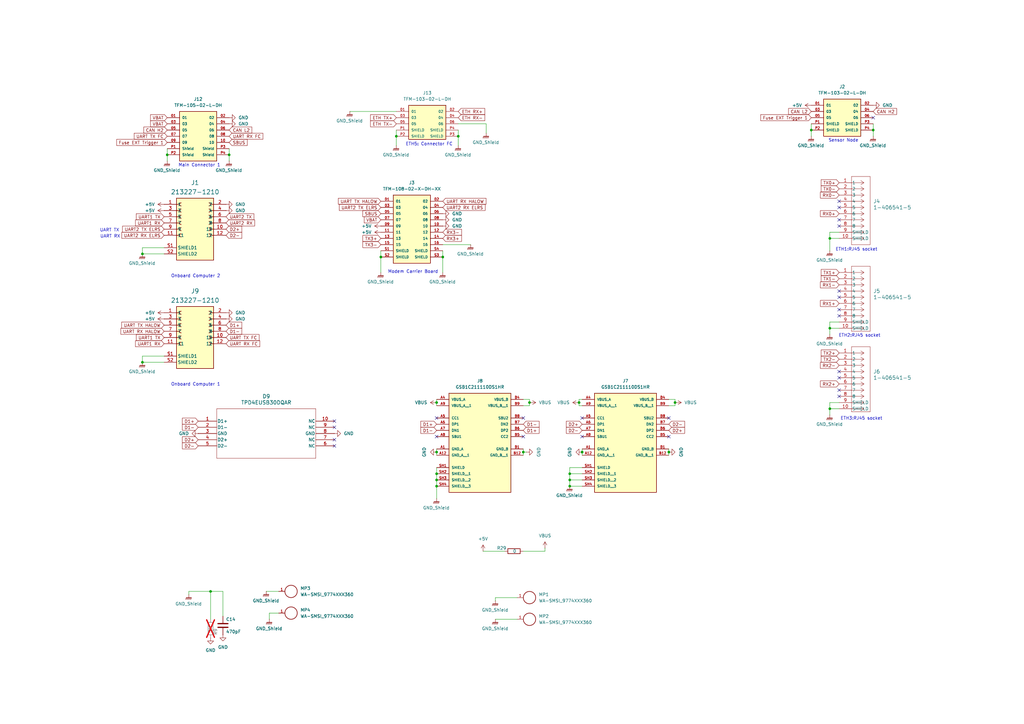
<source format=kicad_sch>
(kicad_sch (version 20231120) (generator "eeschema") (generator_version "8.0")
  (paper "A3")
  (title_block (title "Infrastructure") (date "2024-08-24") (rev "V1.0"))
  (lib_symbols
    (symbol "1-406541-5_1" (pin_names (offset 0.254))
      (property "Reference" "J6" (at 13.97 -7.6199 0))
      (property "Value" "1-406541-5" (at 13.97 -10.1599 0))
      (symbol "1-406541-5_1_0_1"
        (pin unspecified line (at 0 0 0) (length 5.08) (name "1") (number "1"))
        (pin unspecified line (at 0 -2.54 0) (length 5.08) (name "2") (number "2"))
        (pin unspecified line (at 0 -5.08 0) (length 5.08) (name "3") (number "3"))
        (pin unspecified line (at 0 -7.62 0) (length 5.08) (name "4") (number "4"))
        (pin unspecified line (at 0 -10.16 0) (length 5.08) (name "5") (number "5"))
        (pin unspecified line (at 0 -12.7 0) (length 5.08) (name "6") (number "6"))
        (pin unspecified line (at 0 -15.24 0) (length 5.08) (name "7") (number "7"))
        (pin unspecified line (at 0 -17.78 0) (length 5.08) (name "8") (number "8"))
      )
      (symbol "1-406541-5_1_1_1"
        (pin unspecified line (at 0 -22.86 0) (length 5.08) (name "SHIELD") (number "10"))
        (pin unspecified line (at 0 -20.32 0) (length 5.08) (name "SHIELD") (number "9"))
      )
    )
    (symbol "1_406541_5:1-406541-5" (pin_names (offset 0.254))
      (property "Reference" "J4" (at 13.97 -7.6199 0))
      (property "Value" "1-406541-5" (at 13.97 -10.1599 0))
      (symbol "1-406541-5_0_1"
        (pin unspecified line (at 0 0 0) (length 5.08) (name "1") (number "1"))
        (pin unspecified line (at 0 -22.86 0) (length 5.08) (name "SHIELD") (number "10"))
        (pin unspecified line (at 0 -2.54 0) (length 5.08) (name "2") (number "2"))
        (pin unspecified line (at 0 -5.08 0) (length 5.08) (name "3") (number "3"))
        (pin unspecified line (at 0 -7.62 0) (length 5.08) (name "4") (number "4"))
        (pin unspecified line (at 0 -10.16 0) (length 5.08) (name "5") (number "5"))
        (pin unspecified line (at 0 -12.7 0) (length 5.08) (name "6") (number "6"))
        (pin unspecified line (at 0 -15.24 0) (length 5.08) (name "7") (number "7"))
        (pin unspecified line (at 0 -17.78 0) (length 5.08) (name "8") (number "8"))
        (pin unspecified line (at 0 -20.32 0) (length 5.08) (name "SHIELD") (number "9"))
      )
    )
    (symbol "213227-1210:2132271210"
      (property "Reference" "J" (at -1.27 1.27 0))
      (property "Value" "*" (at -1.27 -3.81 0))
      (symbol "2132271210_1_0"
        (pin passive line (at -12.7 10.16 0) (length 5.08) (name "1") (number "1"))
        (pin passive line (at 12.7 0 180) (length 5.08) (name "10") (number "10"))
        (pin passive line (at -12.7 -2.54 0) (length 5.08) (name "11") (number "11"))
        (pin passive line (at 12.7 -2.54 180) (length 5.08) (name "12") (number "12"))
        (pin passive line (at 12.7 10.16 180) (length 5.08) (name "2") (number "2"))
        (pin passive line (at -12.7 7.62 0) (length 5.08) (name "3") (number "3"))
        (pin passive line (at 12.7 7.62 180) (length 5.08) (name "4") (number "4"))
        (pin passive line (at -12.7 5.08 0) (length 5.08) (name "5") (number "5"))
        (pin passive line (at 12.7 5.08 180) (length 5.08) (name "6") (number "6"))
        (pin passive line (at -12.7 2.54 0) (length 5.08) (name "7") (number "7"))
        (pin passive line (at 12.7 2.54 180) (length 5.08) (name "8") (number "8"))
        (pin passive line (at -12.7 0 0) (length 5.08) (name "9") (number "9"))
        (pin passive line (at -12.7 -7.62 0) (length 5.08) (name "SHIELD1") (number "S1"))
        (pin passive line (at -12.7 -10.16 0) (length 5.08) (name "SHIELD2") (number "S2"))
      )
    )
    (symbol "9774120360R:WA-SMSI_9774XXX360" (pin_names (offset 1.016))
      (property "Reference" "MP" (at 0 3.556 0))
      (symbol "WA-SMSI_9774XXX360_0_0"
        (pin passive line (at -5.08 0 0) (length 2.54) (name "~") (number "1"))
      )
    )
    (symbol "Device:C" (pin_numbers hide) (pin_names (offset 0.254))
      (property "Reference" "C" (at 0.635 2.54 0))
      (property "Value" "C" (at 0.635 -2.54 0))
      (symbol "C_1_1"
        (pin passive line (at 0 3.81 270) (length 2.794) (name "~") (number "1"))
        (pin passive line (at 0 -3.81 90) (length 2.794) (name "~") (number "2"))
      )
    )
    (symbol "Device:R" (pin_numbers hide) (pin_names (offset 0))
      (property "Reference" "R" (at 2.032 0 90))
      (property "Value" "R" (at 0 0 90))
      (symbol "R_1_1"
        (pin passive line (at 0 3.81 270) (length 1.27) (name "~") (number "1"))
        (pin passive line (at 0 -3.81 90) (length 1.27) (name "~") (number "2"))
      )
    )
    (symbol "GND_1" (power) (pin_numbers hide) (pin_names (offset 0) hide)
      (property "Value" "GND" (at 0 -3.81 0))
      (symbol "GND_1_1_1"
        (pin power_in line (at 0 0 270) (length 0) (name "~") (number "1"))
      )
    )
    (symbol "GSB1C211110DS1HR:GSB1C211110DS1HR" (pin_names (offset 1.016))
      (property "Reference" "J" (at -12.7 13.462 0))
      (property "Value" "GSB1C211110DS1HR" (at -12.7 -30.48 0))
      (symbol "GSB1C211110DS1HR_0_0"
        (pin power_in line (at -17.78 -10.16 0) (length 5.08) (name "GND_A") (number "A1"))
        (pin power_in line (at -17.78 -12.7 0) (length 5.08) (name "GND_A__1") (number "A12"))
        (pin power_in line (at -17.78 10.16 0) (length 5.08) (name "VBUS_A") (number "A4"))
        (pin bidirectional line (at -17.78 2.54 0) (length 5.08) (name "CC1") (number "A5"))
        (pin bidirectional line (at -17.78 0 0) (length 5.08) (name "DP1") (number "A6"))
        (pin bidirectional line (at -17.78 -2.54 0) (length 5.08) (name "DN1") (number "A7"))
        (pin bidirectional line (at -17.78 -5.08 0) (length 5.08) (name "SBU1") (number "A8"))
        (pin power_in line (at -17.78 7.62 0) (length 5.08) (name "VBUS_A__1") (number "A9"))
        (pin power_in line (at 17.78 -10.16 180) (length 5.08) (name "GND_B") (number "B1"))
        (pin power_in line (at 17.78 -12.7 180) (length 5.08) (name "GND_B__1") (number "B12"))
        (pin power_in line (at 17.78 10.16 180) (length 5.08) (name "VBUS_B") (number "B4"))
        (pin bidirectional line (at 17.78 -5.08 180) (length 5.08) (name "CC2") (number "B5"))
        (pin bidirectional line (at 17.78 -2.54 180) (length 5.08) (name "DP2") (number "B6"))
        (pin bidirectional line (at 17.78 0 180) (length 5.08) (name "DN2") (number "B7"))
        (pin bidirectional line (at 17.78 2.54 180) (length 5.08) (name "SBU2") (number "B8"))
        (pin power_in line (at 17.78 7.62 180) (length 5.08) (name "VBUS_B__1") (number "B9"))
        (pin passive line (at -17.78 -17.78 0) (length 5.08) (name "SHIELD") (number "SH1"))
        (pin passive line (at -17.78 -20.32 0) (length 5.08) (name "SHIELD__1") (number "SH2"))
        (pin passive line (at -17.78 -22.86 0) (length 5.08) (name "SHIELD__2") (number "SH3"))
        (pin passive line (at -17.78 -25.4 0) (length 5.08) (name "SHIELD__3") (number "SH4"))
      )
    )
    (symbol "TFM-103-02-L-DH_1" (pin_names (offset 1.016))
      (property "Reference" "J2" (at 0 10.16 0))
      (property "Value" "TFM-103-02-L-DH" (at 0 7.62 0))
      (symbol "TFM-103-02-L-DH_1_0_0"
        (pin passive line (at -12.7 2.54 0) (length 5.08) (name "01") (number "01"))
        (pin passive line (at 12.7 2.54 180) (length 5.08) (name "02") (number "02"))
        (pin passive line (at -12.7 0 0) (length 5.08) (name "03") (number "03"))
        (pin passive line (at 12.7 0 180) (length 5.08) (name "04") (number "04"))
        (pin passive line (at -12.7 -2.54 0) (length 5.08) (name "05") (number "05"))
        (pin passive line (at 12.7 -2.54 180) (length 5.08) (name "06") (number "06"))
      )
      (symbol "TFM-103-02-L-DH_1_1_0"
        (pin passive line (at -12.7 -5.08 0) (length 5.08) (name "SHIELD") (number "P1"))
        (pin passive line (at -12.7 -7.62 0) (length 5.08) (name "SHIELD") (number "P2"))
        (pin passive line (at 12.7 -5.08 180) (length 5.08) (name "SHIELD") (number "P3"))
        (pin passive line (at 12.7 -7.62 180) (length 5.08) (name "SHIELD") (number "P4"))
      )
    )
    (symbol "TFM-105-02-L-DH:TFM-105-02-L-DH" (pin_names (offset 1.016))
      (property "Reference" "J12" (at 0 12.7 0))
      (property "Value" "TFM-105-02-L-DH" (at 0 10.16 0))
      (symbol "TFM-105-02-L-DH_0_0"
        (pin passive line (at -12.7 5.08 0) (length 5.08) (name "01") (number "01"))
        (pin passive line (at 12.7 5.08 180) (length 5.08) (name "02") (number "02"))
        (pin passive line (at -12.7 2.54 0) (length 5.08) (name "03") (number "03"))
        (pin passive line (at 12.7 2.54 180) (length 5.08) (name "04") (number "04"))
        (pin passive line (at -12.7 0 0) (length 5.08) (name "05") (number "05"))
        (pin passive line (at 12.7 0 180) (length 5.08) (name "06") (number "06"))
        (pin passive line (at -12.7 -2.54 0) (length 5.08) (name "07") (number "07"))
        (pin passive line (at 12.7 -2.54 180) (length 5.08) (name "08") (number "08"))
        (pin passive line (at -12.7 -5.08 0) (length 5.08) (name "09") (number "09"))
        (pin passive line (at 12.7 -5.08 180) (length 5.08) (name "10") (number "10"))
      )
      (symbol "TFM-105-02-L-DH_1_1"
        (pin passive line (at -12.7 -7.62 0) (length 5.08) (name "Shield") (number "P1"))
        (pin passive line (at -12.7 -10.16 0) (length 5.08) (name "Shield") (number "P2"))
        (pin passive line (at 12.7 -7.62 180) (length 5.08) (name "Shield") (number "P3"))
        (pin passive line (at 12.7 -10.16 180) (length 5.08) (name "Shield") (number "P4"))
      )
    )
    (symbol "TFM-108-02-L-DH:TFM-108-02-X-DH-XX" (pin_names (offset 1.016))
      (property "Reference" "J3" (at 0 15.24 0))
      (property "Value" "TFM-108-02-X-DH-XX" (at 0 12.7 0))
      (symbol "TFM-108-02-X-DH-XX_0_0"
        (pin passive line (at -12.7 7.62 0) (length 5.08) (name "01") (number "01"))
        (pin passive line (at 12.7 7.62 180) (length 5.08) (name "02") (number "02"))
        (pin passive line (at -12.7 5.08 0) (length 5.08) (name "03") (number "03"))
        (pin passive line (at 12.7 5.08 180) (length 5.08) (name "04") (number "04"))
        (pin passive line (at -12.7 2.54 0) (length 5.08) (name "05") (number "05"))
        (pin passive line (at 12.7 2.54 180) (length 5.08) (name "06") (number "06"))
        (pin passive line (at -12.7 0 0) (length 5.08) (name "07") (number "07"))
        (pin passive line (at 12.7 0 180) (length 5.08) (name "08") (number "08"))
        (pin passive line (at -12.7 -2.54 0) (length 5.08) (name "09") (number "09"))
        (pin passive line (at 12.7 -2.54 180) (length 5.08) (name "10") (number "10"))
        (pin passive line (at -12.7 -5.08 0) (length 5.08) (name "11") (number "11"))
        (pin passive line (at 12.7 -5.08 180) (length 5.08) (name "12") (number "12"))
        (pin passive line (at -12.7 -7.62 0) (length 5.08) (name "13") (number "13"))
        (pin passive line (at 12.7 -7.62 180) (length 5.08) (name "14") (number "14"))
        (pin passive line (at -12.7 -10.16 0) (length 5.08) (name "15") (number "15"))
        (pin passive line (at 12.7 -10.16 180) (length 5.08) (name "16") (number "16"))
      )
      (symbol "TFM-108-02-X-DH-XX_1_0"
        (pin passive line (at -12.7 -12.7 0) (length 5.08) (name "SHIELD") (number "S1"))
        (pin passive line (at -12.7 -15.24 0) (length 5.08) (name "SHIELD") (number "S2"))
        (pin passive line (at 12.7 -15.24 180) (length 5.08) (name "SHIELD") (number "S3"))
        (pin passive line (at 12.7 -12.7 180) (length 5.08) (name "SHIELD") (number "S4"))
      )
    )
    (symbol "TFM_103_02_L_DH:TFM-103-02-L-DH" (pin_names (offset 1.016))
      (property "Reference" "J13" (at 0 10.16 0))
      (property "Value" "TFM-103-02-L-DH" (at 0 7.62 0))
      (symbol "TFM-103-02-L-DH_0_0"
        (pin passive line (at -12.7 2.54 0) (length 5.08) (name "01") (number "01"))
        (pin passive line (at 12.7 2.54 180) (length 5.08) (name "02") (number "02"))
        (pin passive line (at -12.7 0 0) (length 5.08) (name "03") (number "03"))
        (pin passive line (at 12.7 0 180) (length 5.08) (name "04") (number "04"))
        (pin passive line (at -12.7 -2.54 0) (length 5.08) (name "05") (number "05"))
        (pin passive line (at 12.7 -2.54 180) (length 5.08) (name "06") (number "06"))
      )
      (symbol "TFM-103-02-L-DH_1_0"
        (pin passive line (at -12.7 -5.08 0) (length 5.08) (name "SHIELD") (number "P1"))
        (pin passive line (at -12.7 -7.62 0) (length 5.08) (name "SHIELD") (number "P2"))
        (pin passive line (at 12.7 -7.62 180) (length 5.08) (name "SHIELD") (number "P3"))
        (pin passive line (at 12.7 -5.08 180) (length 5.08) (name "SHIELD") (number "P4"))
      )
    )
    (symbol "TPD4EUSB30DQAR:TPD4EUSB30DQAR" (pin_names (offset 0.254))
      (property "Reference" "U" (at 27.94 10.16 0))
      (property "Value" "TPD4EUSB30DQAR" (at 27.94 7.62 0))
      (symbol "TPD4EUSB30DQAR_0_1"
        (pin unspecified line (at 0 0 0) (length 7.62) (name "D1+") (number "1"))
        (pin unspecified line (at 55.88 0 180) (length 7.62) (name "NC") (number "10"))
        (pin unspecified line (at 0 -2.54 0) (length 7.62) (name "D1-") (number "2"))
        (pin power_in line (at 0 -5.08 0) (length 7.62) (name "GND") (number "3"))
        (pin unspecified line (at 0 -7.62 0) (length 7.62) (name "D2+") (number "4"))
        (pin unspecified line (at 0 -10.16 0) (length 7.62) (name "D2-") (number "5"))
        (pin unspecified line (at 55.88 -10.16 180) (length 7.62) (name "NC") (number "6"))
        (pin unspecified line (at 55.88 -7.62 180) (length 7.62) (name "NC") (number "7"))
        (pin power_in line (at 55.88 -5.08 180) (length 7.62) (name "GND") (number "8"))
        (pin unspecified line (at 55.88 -2.54 180) (length 7.62) (name "NC") (number "9"))
      )
    )
    (symbol "power:+8V" (power) (pin_numbers hide) (pin_names (offset 0) hide)
      (property "Value" "+8V" (at 0 3.556 0))
      (symbol "+8V_1_1"
        (pin power_in line (at 0 0 90) (length 0) (name "~") (number "1"))
      )
    )
    (symbol "power:GND" (power) (pin_numbers hide) (pin_names (offset 0) hide)
      (property "Value" "GND" (at 0 -3.81 0))
      (symbol "GND_1_1"
        (pin power_in line (at 0 0 270) (length 0) (name "~") (number "1"))
      )
    )
    (symbol "power:GNDPWR" (power) (pin_numbers hide) (pin_names (offset 0) hide)
      (property "Value" "GNDPWR" (at 0 -3.302 0))
      (symbol "GNDPWR_1_1"
        (pin power_in line (at 0 0 270) (length 0) (name "~") (number "1"))
      )
    )
  )
  (junction (at 217.17 165.1))
  (junction (at 187.96 55.88))
  (junction (at 274.32 185.42))
  (junction (at 340.36 167.64))
  (junction (at 162.56 55.88))
  (junction (at 58.42 148.59))
  (junction (at 340.36 134.62))
  (junction (at 68.58 63.5))
  (junction (at 86.36 242.57))
  (junction (at 238.76 185.42))
  (junction (at 276.86 165.1))
  (junction (at 179.07 194.31))
  (junction (at 233.68 194.31))
  (junction (at 179.07 196.85))
  (junction (at 179.07 165.1))
  (junction (at 58.42 104.14))
  (junction (at 233.68 199.39))
  (junction (at 233.68 196.85))
  (junction (at 181.61 105.41))
  (junction (at 237.49 165.1))
  (junction (at 340.36 97.79))
  (junction (at 179.07 185.42))
  (junction (at 156.21 105.41))
  (junction (at 93.98 63.5))
  (junction (at 214.63 185.42))
  (junction (at 332.74 53.34))
  (junction (at 358.14 53.34))
  (junction (at 179.07 199.39))
  (no_connect (at 274.32 179.07))
  (no_connect (at 214.63 179.07))
  (no_connect (at 344.17 160.02))
  (no_connect (at 344.17 85.09))
  (no_connect (at 137.16 180.34))
  (no_connect (at 137.16 172.72))
  (no_connect (at 344.17 82.55))
  (no_connect (at 179.07 171.45))
  (no_connect (at 344.17 154.94))
  (no_connect (at 344.17 121.92))
  (no_connect (at 344.17 92.71))
  (no_connect (at 344.17 129.54))
  (no_connect (at 344.17 127))
  (no_connect (at 344.17 119.38))
  (no_connect (at 179.07 179.07))
  (no_connect (at 137.16 182.88))
  (no_connect (at 238.76 171.45))
  (no_connect (at 344.17 152.4))
  (no_connect (at 137.16 175.26))
  (no_connect (at 344.17 162.56))
  (no_connect (at 344.17 90.17))
  (no_connect (at 358.14 48.26))
  (no_connect (at 238.76 179.07))
  (no_connect (at 274.32 171.45))
  (no_connect (at 214.63 171.45))
  (wire (pts (xy 233.68 199.39) (xy 238.76 199.39)))
  (wire (pts (xy 179.07 191.77) (xy 179.07 194.31)))
  (wire (pts (xy 77.47 242.57) (xy 86.36 242.57)))
  (wire (pts (xy 143.51 45.72) (xy 162.56 45.72)))
  (wire (pts (xy 340.36 134.62) (xy 340.36 137.16)))
  (wire (pts (xy 77.47 242.57) (xy 77.47 243.84)))
  (wire (pts (xy 340.36 167.64) (xy 340.36 170.18)))
  (wire (pts (xy 215.9 185.42) (xy 214.63 185.42)))
  (wire (pts (xy 238.76 185.42) (xy 238.76 186.69)))
  (wire (pts (xy 237.49 163.83) (xy 237.49 165.1)))
  (wire (pts (xy 238.76 184.15) (xy 238.76 185.42)))
  (wire (pts (xy 340.36 165.1) (xy 340.36 167.64)))
  (wire (pts (xy 340.36 167.64) (xy 344.17 167.64)))
  (wire (pts (xy 114.3 251.46) (xy 110.49 251.46)))
  (wire (pts (xy 156.21 105.41) (xy 156.21 111.76)))
  (wire (pts (xy 223.52 226.06) (xy 223.52 224.79)))
  (wire (pts (xy 179.07 199.39) (xy 179.07 204.47)))
  (wire (pts (xy 179.07 194.31) (xy 179.07 196.85)))
  (wire (pts (xy 198.12 226.06) (xy 207.01 226.06)))
  (wire (pts (xy 217.17 166.37) (xy 214.63 166.37)))
  (wire (pts (xy 214.63 184.15) (xy 214.63 185.42)))
  (wire (pts (xy 332.74 53.34) (xy 332.74 55.88)))
  (wire (pts (xy 93.98 60.96) (xy 93.98 63.5)))
  (wire (pts (xy 217.17 165.1) (xy 217.17 166.37)))
  (wire (pts (xy 68.58 63.5) (xy 68.58 66.04)))
  (wire (pts (xy 179.07 185.42) (xy 179.07 186.69)))
  (wire (pts (xy 86.36 242.57) (xy 91.44 242.57)))
  (wire (pts (xy 58.42 101.6) (xy 67.31 101.6)))
  (wire (pts (xy 86.36 242.57) (xy 86.36 254)))
  (wire (pts (xy 217.17 163.83) (xy 217.17 165.1)))
  (wire (pts (xy 214.63 163.83) (xy 217.17 163.83)))
  (wire (pts (xy 233.68 191.77) (xy 238.76 191.77)))
  (wire (pts (xy 93.98 63.5) (xy 93.98 66.04)))
  (wire (pts (xy 237.49 165.1) (xy 237.49 166.37)))
  (wire (pts (xy 181.61 102.87) (xy 181.61 105.41)))
  (wire (pts (xy 276.86 165.1) (xy 276.86 166.37)))
  (wire (pts (xy 276.86 166.37) (xy 274.32 166.37)))
  (wire (pts (xy 181.61 100.33) (xy 193.04 100.33)))
  (wire (pts (xy 214.63 226.06) (xy 223.52 226.06)))
  (wire (pts (xy 199.39 50.8) (xy 199.39 54.61)))
  (wire (pts (xy 162.56 53.34) (xy 162.56 55.88)))
  (wire (pts (xy 187.96 53.34) (xy 187.96 55.88)))
  (wire (pts (xy 233.68 194.31) (xy 238.76 194.31)))
  (wire (pts (xy 68.58 60.96) (xy 68.58 63.5)))
  (wire (pts (xy 58.42 148.59) (xy 67.31 148.59)))
  (wire (pts (xy 58.42 104.14) (xy 67.31 104.14)))
  (wire (pts (xy 233.68 196.85) (xy 238.76 196.85)))
  (wire (pts (xy 344.17 132.08) (xy 340.36 132.08)))
  (wire (pts (xy 203.2 245.11) (xy 203.2 246.38)))
  (wire (pts (xy 358.14 53.34) (xy 358.14 55.88)))
  (wire (pts (xy 276.86 163.83) (xy 276.86 165.1)))
  (wire (pts (xy 344.17 165.1) (xy 340.36 165.1)))
  (wire (pts (xy 233.68 191.77) (xy 233.68 194.31)))
  (wire (pts (xy 238.76 163.83) (xy 237.49 163.83)))
  (wire (pts (xy 340.36 97.79) (xy 344.17 97.79)))
  (wire (pts (xy 332.74 50.8) (xy 332.74 53.34)))
  (wire (pts (xy 203.2 254) (xy 212.09 254)))
  (wire (pts (xy 340.36 95.25) (xy 340.36 97.79)))
  (wire (pts (xy 156.21 102.87) (xy 156.21 105.41)))
  (wire (pts (xy 203.2 245.11) (xy 212.09 245.11)))
  (wire (pts (xy 340.36 97.79) (xy 340.36 102.87)))
  (wire (pts (xy 91.44 242.57) (xy 91.44 252.73)))
  (wire (pts (xy 358.14 50.8) (xy 358.14 53.34)))
  (wire (pts (xy 179.07 184.15) (xy 179.07 185.42)))
  (wire (pts (xy 187.96 55.88) (xy 187.96 59.69)))
  (wire (pts (xy 274.32 185.42) (xy 274.32 186.69)))
  (wire (pts (xy 58.42 104.14) (xy 58.42 101.6)))
  (wire (pts (xy 274.32 184.15) (xy 274.32 185.42)))
  (wire (pts (xy 340.36 132.08) (xy 340.36 134.62)))
  (wire (pts (xy 109.22 242.57) (xy 114.3 242.57)))
  (wire (pts (xy 233.68 196.85) (xy 233.68 199.39)))
  (wire (pts (xy 181.61 105.41) (xy 181.61 111.76)))
  (wire (pts (xy 344.17 95.25) (xy 340.36 95.25)))
  (wire (pts (xy 179.07 163.83) (xy 179.07 165.1)))
  (wire (pts (xy 58.42 148.59) (xy 58.42 146.05)))
  (wire (pts (xy 214.63 185.42) (xy 214.63 186.69)))
  (wire (pts (xy 162.56 55.88) (xy 162.56 59.69)))
  (wire (pts (xy 340.36 134.62) (xy 344.17 134.62)))
  (wire (pts (xy 58.42 146.05) (xy 67.31 146.05)))
  (wire (pts (xy 187.96 50.8) (xy 199.39 50.8)))
  (wire (pts (xy 237.49 166.37) (xy 238.76 166.37)))
  (wire (pts (xy 233.68 194.31) (xy 233.68 196.85)))
  (wire (pts (xy 179.07 196.85) (xy 179.07 199.39)))
  (wire (pts (xy 110.49 251.46) (xy 110.49 254)))
  (wire (pts (xy 179.07 165.1) (xy 179.07 166.37)))
  (wire (pts (xy 274.32 163.83) (xy 276.86 163.83)))
  (text "Onboard Computer 1" (at 80.264 157.734 0) (effects (font (size 1.27 1.27))))
  (text "Main Connector 1\n" (at 81.788 67.818 0) (effects (font (size 1.27 1.27))))
  (text "Onboard Computer 2" (at 80.264 113.284 0) (effects (font (size 1.27 1.27))))
  (text "Modem Carrier Board" (at 169.418 111.506 0) (effects (font (size 1.27 1.27))))
  (text "ETH5: Connector FC" (at 176.022 59.182 0) (effects (font (size 1.27 1.27))))
  (text "ETH3:RJ45 socket\n" (at 353.314 171.704 0) (effects (font (size 1.27 1.27))))
  (text "UART RX" (at 45.212 97.028 0) (effects (font (size 1.27 1.27))))
  (text "UART TX" (at 44.958 94.488 0) (effects (font (size 1.27 1.27))))
  (text "ETH2:RJ45 socket\n" (at 352.552 137.668 0) (effects (font (size 1.27 1.27))))
  (text "Sensor Node" (at 345.948 57.658 0) (effects (font (size 1.27 1.27))))
  (text "ETH1:RJ45 socket\n" (at 351.282 102.362 0) (effects (font (size 1.27 1.27))))
  (global_label "D2-" (shape input) (at 238.76 176.53 180) (property "Intersheetrefs" "${INTERSHEET_REFS}" (effects (hide yes))))
  (global_label "UART RX HALOW" (shape input) (at 181.61 82.55 0) (property "Intersheetrefs" "${INTERSHEET_REFS}" (effects (hide yes))))
  (global_label "Fuse EXT Trigger 1" (shape input) (at 68.58 58.42 180) (property "Intersheetrefs" "${INTERSHEET_REFS}" (effects (hide yes))))
  (global_label "D1+" (shape input) (at 179.07 173.99 180) (property "Intersheetrefs" "${INTERSHEET_REFS}" (effects (hide yes))))
  (global_label "TX0+" (shape input) (at 344.17 74.93 180) (property "Intersheetrefs" "${INTERSHEET_REFS}" (effects (hide yes))))
  (global_label "D2+" (shape input) (at 274.32 176.53 0) (property "Intersheetrefs" "${INTERSHEET_REFS}" (effects (hide yes))))
  (global_label "VBAT" (shape input) (at 68.58 50.8 180) (property "Intersheetrefs" "${INTERSHEET_REFS}" (effects (hide yes))))
  (global_label "CAN L2" (shape input) (at 93.98 53.34 0) (property "Intersheetrefs" "${INTERSHEET_REFS}" (effects (hide yes))))
  (global_label "ETH TX-" (shape input) (at 162.56 50.8 180) (property "Intersheetrefs" "${INTERSHEET_REFS}" (effects (hide yes))))
  (global_label "UART2 TX ELRS" (shape input) (at 67.31 93.98 180) (property "Intersheetrefs" "${INTERSHEET_REFS}" (effects (hide yes))))
  (global_label "UART1 TX" (shape input) (at 67.31 88.9 180) (property "Intersheetrefs" "${INTERSHEET_REFS}" (effects (hide yes))))
  (global_label "UART2 TX" (shape input) (at 92.71 88.9 0) (property "Intersheetrefs" "${INTERSHEET_REFS}" (effects (hide yes))))
  (global_label "D2-" (shape input) (at 274.32 173.99 0) (property "Intersheetrefs" "${INTERSHEET_REFS}" (effects (hide yes))))
  (global_label "D1+" (shape input) (at 214.63 176.53 0) (property "Intersheetrefs" "${INTERSHEET_REFS}" (effects (hide yes))))
  (global_label "TX1+" (shape input) (at 344.17 111.76 180) (property "Intersheetrefs" "${INTERSHEET_REFS}" (effects (hide yes))))
  (global_label "D1-" (shape input) (at 81.28 175.26 180) (property "Intersheetrefs" "${INTERSHEET_REFS}" (effects (hide yes))))
  (global_label "D1+" (shape input) (at 81.28 172.72 180) (property "Intersheetrefs" "${INTERSHEET_REFS}" (effects (hide yes))))
  (global_label "D1-" (shape input) (at 179.07 176.53 180) (property "Intersheetrefs" "${INTERSHEET_REFS}" (effects (hide yes))))
  (global_label "CAN H2" (shape input) (at 68.58 53.34 180) (property "Intersheetrefs" "${INTERSHEET_REFS}" (effects (hide yes))))
  (global_label "CAN L2" (shape input) (at 332.74 45.72 180) (property "Intersheetrefs" "${INTERSHEET_REFS}" (effects (hide yes))))
  (global_label "SBUS" (shape input) (at 156.21 87.63 180) (property "Intersheetrefs" "${INTERSHEET_REFS}" (effects (hide yes))))
  (global_label "UART1 RX" (shape input) (at 67.31 140.97 180) (property "Intersheetrefs" "${INTERSHEET_REFS}" (effects (hide yes))))
  (global_label "UART RX HALOW" (shape input) (at 67.31 135.89 180) (property "Intersheetrefs" "${INTERSHEET_REFS}" (effects (hide yes))))
  (global_label "D2+" (shape input) (at 92.71 93.98 0) (property "Intersheetrefs" "${INTERSHEET_REFS}" (effects (hide yes))))
  (global_label "UART TX FC" (shape input) (at 68.58 55.88 180) (property "Intersheetrefs" "${INTERSHEET_REFS}" (effects (hide yes))))
  (global_label "TX1-" (shape input) (at 344.17 114.3 180) (property "Intersheetrefs" "${INTERSHEET_REFS}" (effects (hide yes))))
  (global_label "VBAT" (shape input) (at 68.58 48.26 180) (property "Intersheetrefs" "${INTERSHEET_REFS}" (effects (hide yes))))
  (global_label "RX2+" (shape input) (at 344.17 157.48 180) (property "Intersheetrefs" "${INTERSHEET_REFS}" (effects (hide yes))))
  (global_label "UART TX HALOW" (shape input) (at 156.21 82.55 180) (property "Intersheetrefs" "${INTERSHEET_REFS}" (effects (hide yes))))
  (global_label "UART2 RX ELRS" (shape input) (at 181.61 85.09 0) (property "Intersheetrefs" "${INTERSHEET_REFS}" (effects (hide yes))))
  (global_label "RX1+" (shape input) (at 344.17 124.46 180) (property "Intersheetrefs" "${INTERSHEET_REFS}" (effects (hide yes))))
  (global_label "CAN H2" (shape input) (at 358.14 45.72 0) (property "Intersheetrefs" "${INTERSHEET_REFS}" (effects (hide yes))))
  (global_label "RX3-" (shape input) (at 181.61 95.25 0) (property "Intersheetrefs" "${INTERSHEET_REFS}" (effects (hide yes))))
  (global_label "SBUS" (shape input) (at 93.98 58.42 0) (property "Intersheetrefs" "${INTERSHEET_REFS}" (effects (hide yes))))
  (global_label "RX0+" (shape input) (at 344.17 87.63 180) (property "Intersheetrefs" "${INTERSHEET_REFS}" (effects (hide yes))))
  (global_label "UART2 TX ELRS" (shape input) (at 156.21 85.09 180) (property "Intersheetrefs" "${INTERSHEET_REFS}" (effects (hide yes))))
  (global_label "D1+" (shape input) (at 92.71 133.35 0) (property "Intersheetrefs" "${INTERSHEET_REFS}" (effects (hide yes))))
  (global_label "UART1 RX" (shape input) (at 67.31 91.44 180) (property "Intersheetrefs" "${INTERSHEET_REFS}" (effects (hide yes))))
  (global_label "D2-" (shape input) (at 92.71 96.52 0) (property "Intersheetrefs" "${INTERSHEET_REFS}" (effects (hide yes))))
  (global_label "UART2 RX" (shape input) (at 92.71 91.44 0) (property "Intersheetrefs" "${INTERSHEET_REFS}" (effects (hide yes))))
  (global_label "TX3-" (shape input) (at 156.21 100.33 180) (property "Intersheetrefs" "${INTERSHEET_REFS}" (effects (hide yes))))
  (global_label "D1-" (shape input) (at 92.71 135.89 0) (property "Intersheetrefs" "${INTERSHEET_REFS}" (effects (hide yes))))
  (global_label "VBAT" (shape input) (at 156.21 90.17 180) (property "Intersheetrefs" "${INTERSHEET_REFS}" (effects (hide yes))))
  (global_label "Fuse EXT Trigger 1" (shape input) (at 332.74 48.26 180) (property "Intersheetrefs" "${INTERSHEET_REFS}" (effects (hide yes))))
  (global_label "UART TX HALOW" (shape input) (at 67.31 133.35 180) (property "Intersheetrefs" "${INTERSHEET_REFS}" (effects (hide yes))))
  (global_label "UART RX FC" (shape input) (at 93.98 55.88 0) (property "Intersheetrefs" "${INTERSHEET_REFS}" (effects (hide yes))))
  (global_label "ETH RX+" (shape input) (at 187.96 45.72 0) (property "Intersheetrefs" "${INTERSHEET_REFS}" (effects (hide yes))))
  (global_label "D2+" (shape input) (at 238.76 173.99 180) (property "Intersheetrefs" "${INTERSHEET_REFS}" (effects (hide yes))))
  (global_label "TX2+" (shape input) (at 344.17 144.78 180) (property "Intersheetrefs" "${INTERSHEET_REFS}" (effects (hide yes))))
  (global_label "TX2-" (shape input) (at 344.17 147.32 180) (property "Intersheetrefs" "${INTERSHEET_REFS}" (effects (hide yes))))
  (global_label "UART2 RX ELRS" (shape input) (at 67.31 96.52 180) (property "Intersheetrefs" "${INTERSHEET_REFS}" (effects (hide yes))))
  (global_label "UART TX FC" (shape input) (at 92.71 138.43 0) (property "Intersheetrefs" "${INTERSHEET_REFS}" (effects (hide yes))))
  (global_label "ETH TX+" (shape input) (at 162.56 48.26 180) (property "Intersheetrefs" "${INTERSHEET_REFS}" (effects (hide yes))))
  (global_label "TX3+" (shape input) (at 156.21 97.79 180) (property "Intersheetrefs" "${INTERSHEET_REFS}" (effects (hide yes))))
  (global_label "D1-" (shape input) (at 214.63 173.99 0) (property "Intersheetrefs" "${INTERSHEET_REFS}" (effects (hide yes))))
  (global_label "RX1-" (shape input) (at 344.17 116.84 180) (property "Intersheetrefs" "${INTERSHEET_REFS}" (effects (hide yes))))
  (global_label "TX0-" (shape input) (at 344.17 77.47 180) (property "Intersheetrefs" "${INTERSHEET_REFS}" (effects (hide yes))))
  (global_label "D2-" (shape input) (at 81.28 182.88 180) (property "Intersheetrefs" "${INTERSHEET_REFS}" (effects (hide yes))))
  (global_label "RX3+" (shape input) (at 181.61 97.79 0) (property "Intersheetrefs" "${INTERSHEET_REFS}" (effects (hide yes))))
  (global_label "RX0-" (shape input) (at 344.17 80.01 180) (property "Intersheetrefs" "${INTERSHEET_REFS}" (effects (hide yes))))
  (global_label "UART1 TX" (shape input) (at 67.31 138.43 180) (property "Intersheetrefs" "${INTERSHEET_REFS}" (effects (hide yes))))
  (global_label "D2+" (shape input) (at 81.28 180.34 180) (property "Intersheetrefs" "${INTERSHEET_REFS}" (effects (hide yes))))
  (global_label "RX2-" (shape input) (at 344.17 149.86 180) (property "Intersheetrefs" "${INTERSHEET_REFS}" (effects (hide yes))))
  (global_label "ETH RX-" (shape input) (at 187.96 48.26 0) (property "Intersheetrefs" "${INTERSHEET_REFS}" (effects (hide yes))))
  (global_label "UART RX FC" (shape input) (at 92.71 140.97 0) (property "Intersheetrefs" "${INTERSHEET_REFS}" (effects (hide yes))))
  (symbol (lib_id "power:+8V") (at 223.52 224.79 0) (unit 1)
    (property "Reference" "#PWR067" (effects (hide yes)))
    (property "Value" "VBUS" (at 223.52 219.71 0))
    (property "Description" "Power symbol creates a global label with name \"+8V\"" (effects (hide yes)))
  )
  (symbol (lib_id "213227-1210:2132271210") (at 80.01 93.98 0) (unit 1)
    (property "Reference" "J1" (at 80.01 74.93 0) (effects (font (size 1.8288 1.8288))))
    (property "Value" "213227-1210" (at 80.01 78.74 0) (effects (font (size 1.8288 1.8288))))
    (property "Footprint" "Library:MOLEX_2132271210" (effects (hide yes)))
    (property "ALTIUM_VALUE" "*" (effects (hide yes)))
    (property "Price" "None" (effects (hide yes)))
    (property "MP" "213227-1210" (effects (hide yes)))
    (property "Availability" "Unavailable" (effects (hide yes)))
    (property "Package" "None" (effects (hide yes)))
  )
  (symbol (lib_id "power:+8V") (at 156.21 95.25 90) (unit 1)
    (property "Reference" "#PWR031" (effects (hide yes)))
    (property "Value" "+5V" (at 152.4 95.2499 90) (effects (justify left)))
    (property "Description" "Power symbol creates a global label with name \"+8V\"" (effects (hide yes)))
  )
  (symbol (lib_id "Device:R") (at 210.82 226.06 90) (unit 1)
    (property "Reference" "R29" (at 205.74 224.79 90))
    (property "Value" "0" (at 211.074 226.06 90))
    (property "Footprint" "Resistor_SMD:R_0201_0603Metric" (effects (hide yes)))
    (property "Datasheet" "https://wmsc.lcsc.com/wmsc/upload/file/pdf/v2/lcsc/2304140030_YAGEO-RC0201FR-07124KL_C138178.pdf" (effects (hide yes)))
    (property "Description" "50mW Thick Film Resistors 25V ±1% ±200ppm/℃ 124kΩ 0201  Chip Resistor - Surface Mount ROHS" (effects (hide yes)))
    (property "MANUFACTURER" "Vishay Dale" (effects (hide yes)))
    (property "PART NUMBER" "RC0201FR-07124KL" (effects (hide yes)))
    (property "ALTIUM_VALUE" "100k" (effects (hide yes)))
  )
  (symbol (lib_id "power:GNDPWR") (at 233.68 199.39 0) (unit 1)
    (property "Reference" "#PWR039" (effects (hide yes)))
    (property "Value" "GND_Shield" (at 233.553 203.2 0))
    (property "Description" "Power symbol creates a global label with name \"GNDPWR\" , global ground" (effects (hide yes)))
  )
  (symbol (lib_name "GND_1") (lib_id "power:GND") (at 274.32 185.42 90) (unit 1)
    (property "Reference" "#PWR073" (effects (hide yes)))
    (property "Value" "GND" (at 279.4 185.42 0))
    (property "Description" "Power symbol creates a global label with name \"GND\" , ground" (effects (hide yes)))
  )
  (symbol (lib_id "power:GNDPWR") (at 110.49 254 0) (unit 1)
    (property "Reference" "#PWR034" (effects (hide yes)))
    (property "Value" "GND_Shield" (at 110.363 257.81 0))
    (property "Description" "Power symbol creates a global label with name \"GNDPWR\" , global ground" (effects (hide yes)))
  )
  (symbol (lib_id "TFM_103_02_L_DH:TFM-103-02-L-DH") (at 175.26 48.26 0) (unit 1)
    (property "Reference" "J13" (at 175.26 38.1 0))
    (property "Value" "TFM-103-02-L-DH" (at 175.26 40.64 0))
    (property "Footprint" "TFM_103_02_L_DH:SAMTEC_TFM-103-02-L-DH" (effects (hide yes)))
    (property "PARTREV" "F" (effects (hide yes)))
    (property "STANDARD" "Manufacturer Recommendations" (effects (hide yes)))
    (property "MANUFACTURER" "SAMTEC" (effects (hide yes)))
  )
  (symbol (lib_name "GND_1") (lib_id "power:GND") (at 92.71 83.82 90) (unit 1)
    (property "Reference" "#PWR023" (effects (hide yes)))
    (property "Value" "GND" (at 96.52 83.8199 90) (effects (justify right)))
    (property "Description" "Power symbol creates a global label with name \"GND\" , ground" (effects (hide yes)))
  )
  (symbol (lib_id "power:+8V") (at 217.17 165.1 270) (unit 1)
    (property "Reference" "#PWR068" (effects (hide yes)))
    (property "Value" "VBUS" (at 220.98 165.0999 90) (effects (justify left)))
    (property "Description" "Power symbol creates a global label with name \"+8V\"" (effects (hide yes)))
  )
  (symbol (lib_name "GND_1") (lib_id "power:GND") (at 181.61 87.63 90) (unit 1)
    (property "Reference" "#PWR026" (effects (hide yes)))
    (property "Value" "GND" (at 185.42 87.6299 90) (effects (justify right)))
    (property "Description" "Power symbol creates a global label with name \"GND\" , ground" (effects (hide yes)))
  )
  (symbol (lib_id "213227-1210:2132271210") (at 80.01 138.43 0) (unit 1)
    (property "Reference" "J9" (at 80.01 119.38 0) (effects (font (size 1.8288 1.8288))))
    (property "Value" "213227-1210" (at 80.01 123.19 0) (effects (font (size 1.8288 1.8288))))
    (property "Footprint" "Library:MOLEX_2132271210" (effects (hide yes)))
    (property "ALTIUM_VALUE" "*" (effects (hide yes)))
    (property "Price" "None" (effects (hide yes)))
    (property "MP" "213227-1210" (effects (hide yes)))
    (property "Availability" "Unavailable" (effects (hide yes)))
    (property "Package" "None" (effects (hide yes)))
  )
  (symbol (lib_name "GND_1") (lib_id "power:GND") (at 358.14 43.18 90) (unit 1)
    (property "Reference" "#PWR022" (effects (hide yes)))
    (property "Value" "GND" (at 361.95 43.1799 90) (effects (justify right)))
    (property "Description" "Power symbol creates a global label with name \"GND\" , ground" (effects (hide yes)))
  )
  (symbol (lib_id "9774120360R:WA-SMSI_9774XXX360") (at 217.17 245.11 0) (unit 1)
    (property "Reference" "MP1" (at 220.98 243.8399 0) (effects (justify left)))
    (property "Value" "WA-SMSI_9774XXX360" (at 220.98 246.3799 0) (effects (justify left)))
    (property "Footprint" "9774120360R:WA-SMSI_9774120360" (effects (hide yes)))
    (property "THREAD" "M3" (effects (hide yes)))
    (property "INNER-DIAMETER" "4.2mm" (effects (hide yes)))
    (property "PIN-LENGTH" "12mm" (effects (hide yes)))
    (property "INNER-THREAD-LENGTH" "-" (effects (hide yes)))
    (property "VALUE" "M3 x 12mm" (effects (hide yes)))
    (property "DATASHEET-URL" "https://www.we-online.com/catalog/datasheet/9774120360R.pdf" (effects (hide yes)))
    (property "PART-NUMBER" "9774120360R" (effects (hide yes)))
    (property "OUTER-DIAMETER" "6mm" (effects (hide yes)))
  )
  (symbol (lib_id "power:GNDPWR") (at 340.36 137.16 0) (unit 1)
    (property "Reference" "#PWR0115" (effects (hide yes)))
    (property "Value" "GND_Shield" (at 340.233 140.97 0))
    (property "Description" "Power symbol creates a global label with name \"GNDPWR\" , global ground" (effects (hide yes)))
  )
  (symbol (lib_id "9774120360R:WA-SMSI_9774XXX360") (at 119.38 242.57 0) (unit 1)
    (property "Reference" "MP3" (at 123.19 241.2999 0) (effects (justify left)))
    (property "Value" "WA-SMSI_9774XXX360" (at 123.19 243.8399 0) (effects (justify left)))
    (property "Footprint" "9774120360R:WA-SMSI_9774120360" (effects (hide yes)))
    (property "THREAD" "M3" (effects (hide yes)))
    (property "INNER-DIAMETER" "4.2mm" (effects (hide yes)))
    (property "PIN-LENGTH" "12mm" (effects (hide yes)))
    (property "INNER-THREAD-LENGTH" "-" (effects (hide yes)))
    (property "VALUE" "M3 x 12mm" (effects (hide yes)))
    (property "DATASHEET-URL" "https://www.we-online.com/catalog/datasheet/9774120360R.pdf" (effects (hide yes)))
    (property "PART-NUMBER" "9774120360R" (effects (hide yes)))
    (property "OUTER-DIAMETER" "6mm" (effects (hide yes)))
  )
  (symbol (lib_id "power:GNDPWR") (at 77.47 243.84 0) (unit 1)
    (property "Reference" "#PWR037" (effects (hide yes)))
    (property "Value" "GND_Shield" (at 77.343 247.65 0))
    (property "Description" "Power symbol creates a global label with name \"GNDPWR\" , global ground" (effects (hide yes)))
  )
  (symbol (lib_id "power:GNDPWR") (at 203.2 254 0) (unit 1)
    (property "Reference" "#PWR07" (effects (hide yes)))
    (property "Value" "GND_Shield" (at 203.073 257.81 0))
    (property "Description" "Power symbol creates a global label with name \"GNDPWR\" , global ground" (effects (hide yes)))
  )
  (symbol (lib_id "power:GNDPWR") (at 179.07 204.47 0) (unit 1)
    (property "Reference" "#PWR040" (effects (hide yes)))
    (property "Value" "GND_Shield" (at 178.943 208.28 0))
    (property "Description" "Power symbol creates a global label with name \"GNDPWR\" , global ground" (effects (hide yes)))
  )
  (symbol (lib_id "TPD4EUSB30DQAR:TPD4EUSB30DQAR") (at 81.28 172.72 0) (unit 1)
    (property "Reference" "D9" (at 109.22 162.56 0) (effects (font (size 1.524 1.524))))
    (property "Value" "TPD4EUSB30DQAR" (at 109.22 165.1 0) (effects (font (size 1.524 1.524))))
    (property "Footprint" "TPD4EUSB30DQAR:DQA10" (effects (hide yes)))
    (property "Datasheet" "TPD4EUSB30DQAR" (effects (hide yes)))
  )
  (symbol (lib_id "power:GNDPWR") (at 143.51 45.72 0) (unit 1)
    (property "Reference" "#PWR054" (effects (hide yes)))
    (property "Value" "GND_Shield" (at 143.383 49.53 0))
    (property "Description" "Power symbol creates a global label with name \"GNDPWR\" , global ground" (effects (hide yes)))
  )
  (symbol (lib_name "GND_1") (lib_id "power:GND") (at 92.71 128.27 90) (unit 1)
    (property "Reference" "#PWR050" (effects (hide yes)))
    (property "Value" "GND" (at 96.52 128.2699 90) (effects (justify right)))
    (property "Description" "Power symbol creates a global label with name \"GND\" , ground" (effects (hide yes)))
  )
  (symbol (lib_id "power:GNDPWR") (at 181.61 111.76 0) (unit 1)
    (property "Reference" "#PWR075" (effects (hide yes)))
    (property "Value" "GND_Shield" (at 181.483 115.57 0))
    (property "Description" "Power symbol creates a global label with name \"GNDPWR\" , global ground" (effects (hide yes)))
  )
  (symbol (lib_id "power:+8V") (at 332.74 43.18 90) (unit 1)
    (property "Reference" "#PWR019" (effects (hide yes)))
    (property "Value" "+5V" (at 328.93 43.1799 90) (effects (justify left)))
    (property "Description" "Power symbol creates a global label with name \"+8V\"" (effects (hide yes)))
  )
  (symbol (lib_name "GND_1") (lib_id "power:GND") (at 181.61 90.17 90) (unit 1)
    (property "Reference" "#PWR027" (effects (hide yes)))
    (property "Value" "GND" (at 185.42 90.1699 90) (effects (justify right)))
    (property "Description" "Power symbol creates a global label with name \"GND\" , ground" (effects (hide yes)))
  )
  (symbol (lib_id "power:GNDPWR") (at 203.2 246.38 0) (unit 1)
    (property "Reference" "#PWR09" (effects (hide yes)))
    (property "Value" "GND_Shield" (at 203.073 250.19 0))
    (property "Description" "Power symbol creates a global label with name \"GNDPWR\" , global ground" (effects (hide yes)))
  )
  (symbol (lib_name "1-406541-5_1") (lib_id "1_406541_5:1-406541-5") (at 344.17 111.76 0) (unit 1)
    (property "Reference" "J5" (at 358.14 119.3799 0) (effects (font (size 1.524 1.524)) (justify left)))
    (property "Value" "1-406541-5" (at 358.14 121.9199 0) (effects (font (size 1.524 1.524)) (justify left)))
    (property "Footprint" "1_406541_5:CONN8_406541_TEC" (effects (hide yes)))
    (property "Datasheet" "1-406541-5" (effects (hide yes)))
  )
  (symbol (lib_name "GND_1") (lib_id "power:GND") (at 86.36 261.62 0) (unit 1)
    (property "Reference" "#PWR035" (effects (hide yes)))
    (property "Value" "GND" (at 86.36 266.7 0))
    (property "Description" "Power symbol creates a global label with name \"GND\" , ground" (effects (hide yes)))
  )
  (symbol (lib_name "GND_1") (lib_id "power:GND") (at 92.71 86.36 90) (unit 1)
    (property "Reference" "#PWR025" (effects (hide yes)))
    (property "Value" "GND" (at 96.52 86.3599 90) (effects (justify right)))
    (property "Description" "Power symbol creates a global label with name \"GND\" , ground" (effects (hide yes)))
  )
  (symbol (lib_id "power:+8V") (at 67.31 130.81 90) (unit 1)
    (property "Reference" "#PWR0120" (effects (hide yes)))
    (property "Value" "+5V" (at 63.5 130.8099 90) (effects (justify left)))
    (property "Description" "Power symbol creates a global label with name \"+8V\"" (effects (hide yes)))
  )
  (symbol (lib_id "power:+8V") (at 198.12 226.06 0) (unit 1)
    (property "Reference" "#PWR066" (effects (hide yes)))
    (property "Value" "+5V" (at 198.12 220.98 0))
    (property "Description" "Power symbol creates a global label with name \"+8V\"" (effects (hide yes)))
  )
  (symbol (lib_id "TFM-105-02-L-DH:TFM-105-02-L-DH") (at 81.28 53.34 0) (unit 1)
    (property "Reference" "J12" (at 81.28 40.64 0))
    (property "Value" "TFM-105-02-L-DH" (at 81.28 43.18 0))
    (property "Footprint" "TFM-105-02-L-DH:SAMTEC_TFM-105-02-L-DH" (effects (hide yes)))
    (property "PARTREV" "F" (effects (hide yes)))
    (property "STANDARD" "Manufacturer Recommendations" (effects (hide yes)))
    (property "MANUFACTURER" "SAMTEC" (effects (hide yes)))
  )
  (symbol (lib_id "GSB1C211110DS1HR:GSB1C211110DS1HR") (at 196.85 173.99 0) (unit 1)
    (property "Reference" "J8" (at 196.85 156.21 0))
    (property "Value" "GSB1C211110DS1HR" (at 196.85 158.75 0))
    (property "Footprint" "GSB1C211110DS1HR:AMPHENOL_GSB1C211110DS1HR" (effects (hide yes)))
    (property "PARTREV" "AX1" (effects (hide yes)))
    (property "STANDARD" "Manufacturer Recommendations" (effects (hide yes)))
    (property "MAXIMUM_PACKAGE_HEIGHT" "3.35mm" (effects (hide yes)))
    (property "MANUFACTURER" "Amphenol" (effects (hide yes)))
  )
  (symbol (lib_id "power:+8V") (at 237.49 165.1 90) (unit 1)
    (property "Reference" "#PWR070" (effects (hide yes)))
    (property "Value" "VBUS" (at 233.68 165.0999 90) (effects (justify left)))
    (property "Description" "Power symbol creates a global label with name \"+8V\"" (effects (hide yes)))
  )
  (symbol (lib_id "power:GNDPWR") (at 58.42 104.14 0) (unit 1)
    (property "Reference" "#PWR076" (effects (hide yes)))
    (property "Value" "GND_Shield" (at 58.293 107.95 0))
    (property "Description" "Power symbol creates a global label with name \"GNDPWR\" , global ground" (effects (hide yes)))
  )
  (symbol (lib_id "power:+8V") (at 179.07 165.1 90) (unit 1)
    (property "Reference" "#PWR065" (effects (hide yes)))
    (property "Value" "VBUS" (at 175.26 165.0999 90) (effects (justify left)))
    (property "Description" "Power symbol creates a global label with name \"+8V\"" (effects (hide yes)))
  )
  (symbol (lib_name "GND_1") (lib_id "power:GND") (at 215.9 185.42 90) (unit 1)
    (property "Reference" "#PWR071" (effects (hide yes)))
    (property "Value" "GND" (at 220.98 185.42 0))
    (property "Description" "Power symbol creates a global label with name \"GND\" , ground" (effects (hide yes)))
  )
  (symbol (lib_id "Device:R") (at 86.36 257.81 0) (unit 1) (dnp yes)
    (property "Reference" "R9" (at 88.392 259.08 90))
    (property "Value" "2M" (at 86.36 258.064 90))
    (property "Footprint" "Capacitor_SMD:C_1206_3216Metric" (effects (hide yes)))
    (property "Datasheet" "https://wmsc.lcsc.com/wmsc/upload/file/pdf/v2/lcsc/2206010030_UNI-ROYAL-Uniroyal-Elec-1206W4F2004T5E_C26120.pdf" (effects (hide yes)))
    (property "Description" "250mW Thick Film Resistors 200V ±100ppm/℃ ±1% 2MΩ 1206  Chip Resistor - Surface Mount ROHS" (effects (hide yes)))
    (property "MANUFACTURER" "UNI-ROYAL(Uniroyal Elec)" (effects (hide yes)))
    (property "PART NUMBER" "1206W4F2004T5E" (effects (hide yes)))
    (property "ALTIUM_VALUE" "100k" (effects (hide yes)))
  )
  (symbol (lib_id "power:+8V") (at 67.31 86.36 90) (unit 1)
    (property "Reference" "#PWR0122" (effects (hide yes)))
    (property "Value" "+5V" (at 63.5 86.3599 90) (effects (justify left)))
    (property "Description" "Power symbol creates a global label with name \"+8V\"" (effects (hide yes)))
  )
  (symbol (lib_id "power:+8V") (at 276.86 165.1 270) (unit 1)
    (property "Reference" "#PWR069" (effects (hide yes)))
    (property "Value" "VBUS" (at 280.67 165.0999 90) (effects (justify left)))
    (property "Description" "Power symbol creates a global label with name \"+8V\"" (effects (hide yes)))
  )
  (symbol (lib_id "power:GNDPWR") (at 193.04 100.33 0) (unit 1)
    (property "Reference" "#PWR028" (effects (hide yes)))
    (property "Value" "GND_Shield" (at 192.913 104.14 0))
    (property "Description" "Power symbol creates a global label with name \"GNDPWR\" , global ground" (effects (hide yes)))
  )
  (symbol (lib_name "GND_1") (lib_id "power:GND") (at 238.76 185.42 270) (unit 1)
    (property "Reference" "#PWR074" (effects (hide yes)))
    (property "Value" "GND" (at 233.68 185.42 0))
    (property "Description" "Power symbol creates a global label with name \"GND\" , ground" (effects (hide yes)))
  )
  (symbol (lib_name "GND_1") (lib_id "power:GND") (at 93.98 48.26 90) (unit 1)
    (property "Reference" "#PWR052" (effects (hide yes)))
    (property "Value" "GND" (at 97.79 48.2599 90) (effects (justify right)))
    (property "Description" "Power symbol creates a global label with name \"GND\" , ground" (effects (hide yes)))
  )
  (symbol (lib_id "TFM-108-02-L-DH:TFM-108-02-X-DH-XX") (at 168.91 90.17 0) (unit 1)
    (property "Reference" "J3" (at 168.91 74.93 0))
    (property "Value" "TFM-108-02-X-DH-XX" (at 168.91 77.47 0))
    (property "Footprint" "TFM-108-02-L-DH:SAMTEC_TFM-108-02-X-DH-XX" (effects (hide yes)))
    (property "PARTREV" "F" (effects (hide yes)))
    (property "STANDARD" "Manufacturer recommendations" (effects (hide yes)))
    (property "MAXIMUM_PACKAGE_HEIGHT" "5.72 mm" (effects (hide yes)))
    (property "MANUFACTURER" "Samtec" (effects (hide yes)))
  )
  (symbol (lib_name "GND_1") (lib_id "power:GND") (at 92.71 130.81 90) (unit 1)
    (property "Reference" "#PWR051" (effects (hide yes)))
    (property "Value" "GND" (at 96.52 130.8099 90) (effects (justify right)))
    (property "Description" "Power symbol creates a global label with name \"GND\" , ground" (effects (hide yes)))
  )
  (symbol (lib_id "power:+8V") (at 67.31 128.27 90) (unit 1)
    (property "Reference" "#PWR0118" (effects (hide yes)))
    (property "Value" "+5V" (at 63.5 128.2699 90) (effects (justify left)))
    (property "Description" "Power symbol creates a global label with name \"+8V\"" (effects (hide yes)))
  )
  (symbol (lib_id "power:+8V") (at 67.31 83.82 90) (unit 1)
    (property "Reference" "#PWR0121" (effects (hide yes)))
    (property "Value" "+5V" (at 63.5 83.8199 90) (effects (justify left)))
    (property "Description" "Power symbol creates a global label with name \"+8V\"" (effects (hide yes)))
  )
  (symbol (lib_id "power:GNDPWR") (at 156.21 111.76 0) (unit 1)
    (property "Reference" "#PWR0114" (effects (hide yes)))
    (property "Value" "GND_Shield" (at 156.083 115.57 0))
    (property "Description" "Power symbol creates a global label with name \"GNDPWR\" , global ground" (effects (hide yes)))
  )
  (symbol (lib_name "1-406541-5_1") (lib_id "1_406541_5:1-406541-5") (at 344.17 144.78 0) (unit 1)
    (property "Reference" "J6" (at 358.14 152.3999 0) (effects (font (size 1.524 1.524)) (justify left)))
    (property "Value" "1-406541-5" (at 358.14 154.9399 0) (effects (font (size 1.524 1.524)) (justify left)))
    (property "Footprint" "1_406541_5:CONN8_406541_TEC" (effects (hide yes)))
    (property "Datasheet" "1-406541-5" (effects (hide yes)))
  )
  (symbol (lib_id "power:GNDPWR") (at 93.98 66.04 0) (unit 1)
    (property "Reference" "#PWR041" (effects (hide yes)))
    (property "Value" "GND_Shield" (at 93.853 69.85 0))
    (property "Description" "Power symbol creates a global label with name \"GNDPWR\" , global ground" (effects (hide yes)))
  )
  (symbol (lib_id "1_406541_5:1-406541-5") (at 344.17 74.93 0) (unit 1)
    (property "Reference" "J4" (at 358.14 82.5499 0) (effects (font (size 1.524 1.524)) (justify left)))
    (property "Value" "1-406541-5" (at 358.14 85.0899 0) (effects (font (size 1.524 1.524)) (justify left)))
    (property "Footprint" "1_406541_5:CONN8_406541_TEC" (effects (hide yes)))
    (property "Datasheet" "1-406541-5" (effects (hide yes)))
  )
  (symbol (lib_id "9774120360R:WA-SMSI_9774XXX360") (at 217.17 254 0) (unit 1)
    (property "Reference" "MP2" (at 220.98 252.7299 0) (effects (justify left)))
    (property "Value" "WA-SMSI_9774XXX360" (at 220.98 255.2699 0) (effects (justify left)))
    (property "Footprint" "9774120360R:WA-SMSI_9774120360" (effects (hide yes)))
    (property "THREAD" "M3" (effects (hide yes)))
    (property "INNER-DIAMETER" "4.2mm" (effects (hide yes)))
    (property "PIN-LENGTH" "12mm" (effects (hide yes)))
    (property "INNER-THREAD-LENGTH" "-" (effects (hide yes)))
    (property "VALUE" "M3 x 12mm" (effects (hide yes)))
    (property "DATASHEET-URL" "https://www.we-online.com/catalog/datasheet/9774120360R.pdf" (effects (hide yes)))
    (property "PART-NUMBER" "9774120360R" (effects (hide yes)))
    (property "OUTER-DIAMETER" "6mm" (effects (hide yes)))
  )
  (symbol (lib_id "power:GNDPWR") (at 187.96 59.69 0) (unit 1)
    (property "Reference" "#PWR056" (effects (hide yes)))
    (property "Value" "GND_Shield" (at 187.833 63.5 0))
    (property "Description" "Power symbol creates a global label with name \"GNDPWR\" , global ground" (effects (hide yes)))
  )
  (symbol (lib_name "GND_1") (lib_id "power:GND") (at 181.61 92.71 90) (unit 1)
    (property "Reference" "#PWR033" (effects (hide yes)))
    (property "Value" "GND" (at 185.42 92.7099 90) (effects (justify right)))
    (property "Description" "Power symbol creates a global label with name \"GND\" , ground" (effects (hide yes)))
  )
  (symbol (lib_name "GND_1") (lib_id "power:GND") (at 93.98 50.8 90) (unit 1)
    (property "Reference" "#PWR053" (effects (hide yes)))
    (property "Value" "GND" (at 97.79 50.7999 90) (effects (justify right)))
    (property "Description" "Power symbol creates a global label with name \"GND\" , ground" (effects (hide yes)))
  )
  (symbol (lib_id "power:GNDPWR") (at 340.36 102.87 0) (unit 1)
    (property "Reference" "#PWR0117" (effects (hide yes)))
    (property "Value" "GND_Shield" (at 340.233 106.68 0))
    (property "Description" "Power symbol creates a global label with name \"GNDPWR\" , global ground" (effects (hide yes)))
  )
  (symbol (lib_name "GND_1") (lib_id "power:GND") (at 179.07 185.42 270) (unit 1)
    (property "Reference" "#PWR072" (effects (hide yes)))
    (property "Value" "GND" (at 173.99 185.42 0))
    (property "Description" "Power symbol creates a global label with name \"GND\" , ground" (effects (hide yes)))
  )
  (symbol (lib_id "9774120360R:WA-SMSI_9774XXX360") (at 119.38 251.46 0) (unit 1)
    (property "Reference" "MP4" (at 123.19 250.1899 0) (effects (justify left)))
    (property "Value" "WA-SMSI_9774XXX360" (at 123.19 252.7299 0) (effects (justify left)))
    (property "Footprint" "9774120360R:WA-SMSI_9774120360" (effects (hide yes)))
    (property "THREAD" "M3" (effects (hide yes)))
    (property "INNER-DIAMETER" "4.2mm" (effects (hide yes)))
    (property "PIN-LENGTH" "12mm" (effects (hide yes)))
    (property "INNER-THREAD-LENGTH" "-" (effects (hide yes)))
    (property "VALUE" "M3 x 12mm" (effects (hide yes)))
    (property "DATASHEET-URL" "https://www.we-online.com/catalog/datasheet/9774120360R.pdf" (effects (hide yes)))
    (property "PART-NUMBER" "9774120360R" (effects (hide yes)))
    (property "OUTER-DIAMETER" "6mm" (effects (hide yes)))
  )
  (symbol (lib_id "power:GNDPWR") (at 340.36 170.18 0) (unit 1)
    (property "Reference" "#PWR0116" (effects (hide yes)))
    (property "Value" "GND_Shield" (at 340.233 173.99 0))
    (property "Description" "Power symbol creates a global label with name \"GNDPWR\" , global ground" (effects (hide yes)))
  )
  (symbol (lib_id "power:GNDPWR") (at 358.14 55.88 0) (unit 1)
    (property "Reference" "#PWR055" (effects (hide yes)))
    (property "Value" "GND_Shield" (at 358.013 59.69 0))
    (property "Description" "Power symbol creates a global label with name \"GNDPWR\" , global ground" (effects (hide yes)))
  )
  (symbol (lib_id "power:GNDPWR") (at 109.22 242.57 0) (unit 1)
    (property "Reference" "#PWR032" (effects (hide yes)))
    (property "Value" "GND_Shield" (at 109.093 246.38 0))
    (property "Description" "Power symbol creates a global label with name \"GNDPWR\" , global ground" (effects (hide yes)))
  )
  (symbol (lib_name "GND_1") (lib_id "power:GND") (at 91.44 260.35 0) (unit 1)
    (property "Reference" "#PWR036" (effects (hide yes)))
    (property "Value" "GND" (at 91.44 265.43 0))
    (property "Description" "Power symbol creates a global label with name \"GND\" , ground" (effects (hide yes)))
  )
  (symbol (lib_id "power:GND") (at 137.16 177.8 90) (unit 1)
    (property "Reference" "#PWR0113" (effects (hide yes)))
    (property "Value" "GND" (at 140.97 177.7999 90) (effects (justify right)))
    (property "Description" "Power symbol creates a global label with name \"GND\" , ground" (effects (hide yes)))
  )
  (symbol (lib_id "GSB1C211110DS1HR:GSB1C211110DS1HR") (at 256.54 173.99 0) (unit 1)
    (property "Reference" "J7" (at 256.54 156.21 0))
    (property "Value" "GSB1C211110DS1HR" (at 256.54 158.75 0))
    (property "Footprint" "GSB1C211110DS1HR:AMPHENOL_GSB1C211110DS1HR" (effects (hide yes)))
    (property "PARTREV" "AX1" (effects (hide yes)))
    (property "STANDARD" "Manufacturer Recommendations" (effects (hide yes)))
    (property "MAXIMUM_PACKAGE_HEIGHT" "3.35mm" (effects (hide yes)))
    (property "MANUFACTURER" "Amphenol" (effects (hide yes)))
  )
  (symbol (lib_id "power:GNDPWR") (at 162.56 59.69 0) (unit 1)
    (property "Reference" "#PWR057" (effects (hide yes)))
    (property "Value" "GND_Shield" (at 162.433 63.5 0))
    (property "Description" "Power symbol creates a global label with name \"GNDPWR\" , global ground" (effects (hide yes)))
  )
  (symbol (lib_id "power:GNDPWR") (at 68.58 66.04 0) (unit 1)
    (property "Reference" "#PWR038" (effects (hide yes)))
    (property "Value" "GND_Shield" (at 68.453 69.85 0))
    (property "Description" "Power symbol creates a global label with name \"GNDPWR\" , global ground" (effects (hide yes)))
  )
  (symbol (lib_id "power:+8V") (at 156.21 92.71 90) (unit 1)
    (property "Reference" "#PWR030" (effects (hide yes)))
    (property "Value" "+5V" (at 152.4 92.7099 90) (effects (justify left)))
    (property "Description" "Power symbol creates a global label with name \"+8V\"" (effects (hide yes)))
  )
  (symbol (lib_id "power:GND") (at 81.28 177.8 270) (unit 1)
    (property "Reference" "#PWR0112" (effects (hide yes)))
    (property "Value" "GND" (at 77.47 177.7999 90) (effects (justify right)))
    (property "Description" "Power symbol creates a global label with name \"GND\" , ground" (effects (hide yes)))
  )
  (symbol (lib_id "power:GNDPWR") (at 58.42 148.59 0) (unit 1)
    (property "Reference" "#PWR0119" (effects (hide yes)))
    (property "Value" "GND_Shield" (at 58.293 152.4 0))
    (property "Description" "Power symbol creates a global label with name \"GNDPWR\" , global ground" (effects (hide yes)))
  )
  (symbol (lib_id "power:GNDPWR") (at 199.39 54.61 0) (unit 1)
    (property "Reference" "#PWR029" (effects (hide yes)))
    (property "Value" "GND_Shield" (at 199.263 58.42 0))
    (property "Description" "Power symbol creates a global label with name \"GNDPWR\" , global ground" (effects (hide yes)))
  )
  (symbol (lib_id "power:GNDPWR") (at 332.74 55.88 0) (unit 1)
    (property "Reference" "#PWR042" (effects (hide yes)))
    (property "Value" "GND_Shield" (at 332.613 59.69 0))
    (property "Description" "Power symbol creates a global label with name \"GNDPWR\" , global ground" (effects (hide yes)))
  )
  (symbol (lib_name "TFM-103-02-L-DH_1") (lib_id "TFM_103_02_L_DH:TFM-103-02-L-DH") (at 345.44 45.72 0) (unit 1)
    (property "Reference" "J2" (at 345.44 35.56 0))
    (property "Value" "TFM-103-02-L-DH" (at 345.44 38.1 0))
    (property "Footprint" "TFM_103_02_L_DH:SAMTEC_TFM-103-02-L-DH" (effects (hide yes)))
    (property "PARTREV" "F" (effects (hide yes)))
    (property "STANDARD" "Manufacturer Recommendations" (effects (hide yes)))
    (property "MANUFACTURER" "SAMTEC" (effects (hide yes)))
  )
  (symbol (lib_id "Device:C") (at 91.44 256.54 0) (unit 1)
    (property "Reference" "C14" (at 92.71 254 0) (effects (justify left)))
    (property "Value" "470pF" (at 92.71 259.08 0) (effects (justify left)))
    (property "Footprint" "Capacitor_SMD:C_1206_3216Metric" (effects (hide yes)))
    (property "Datasheet" "https://wmsc.lcsc.com/wmsc/upload/file/pdf/v2/lcsc/2208181800_FOJAN-FCC1206B471K102DT_C5137622.pdf" (effects (hide yes)))
    (property "Description" "1kV 470pF X7R ±10% 1206  Multilayer Ceramic Capacitors MLCC - SMD/SMT ROHS" (effects (hide yes)))
    (property "Part" "FCC1206B471K102DT" (effects (hide yes)))
  )
)
</source>
